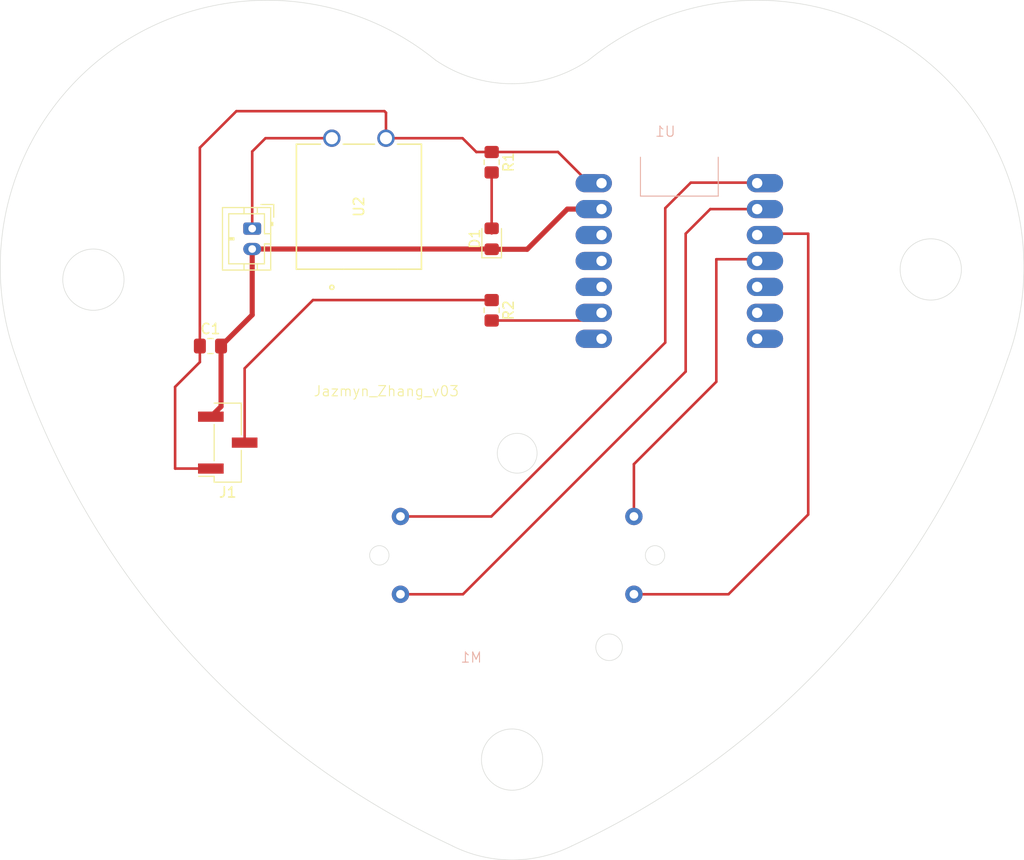
<source format=kicad_pcb>
(kicad_pcb (version 20240108) (generator "pcbnew") (generator_version "8.0")
  (layers (0 "F.Cu" signal) (31 "B.Cu" signal) (34 "B.Paste" user) (35 "F.Paste" user) (36 "B.SilkS" user "B.Silkscreen") (37 "F.SilkS" user "F.Silkscreen") (38 "B.Mask" user) (39 "F.Mask" user) (44 "Edge.Cuts" user))
  (net 0 "")
  (net 1 "GND")
  (net 2 "Net-(BT1-+)")
  (net 3 "Net-(J1-Pin_2)")
  (net 4 "Net-(D1-A)")
  (net 5 "Net-(J1-Pin_1)")
  (net 6 "Net-(U1-GPIO1_A0_D0)")
  (net 7 "Net-(M1--)")
  (net 8 "Net-(U1-GPIO3_A2_D2)")
  (net 9 "Net-(U1-GPIO4_A3_D3)")
  (net 10 "Net-(U1-GPIO7_A8_D8_SCK)")
  (footprint "LED_SMD:LED_0805_2012Metric_Pad1.15x1.40mm_HandSolder" (layer "F.Cu") (at 128.5 76.5 90)
    (property "Reference" "D1" (at 0 -1.65 90) (layer "F.SilkS"))
    (property "Value" "LED(LG-R971)")
    (fp_line (start 1 -0.96) (end -1.86 -0.96) (stroke (width 0.12)) (layer "F.SilkS"))
    (fp_line (start -1.86 -0.96) (end -1.86 0.96) (stroke (width 0.12)) (layer "F.SilkS"))
    (fp_line (start -1.86 0.96) (end 1 0.96) (stroke (width 0.12)) (layer "F.SilkS"))
    (pad "1" smd roundrect (at -1.025 0 90) (size 1.15 1.4) (layers "F.Cu" "F.Paste" "F.Mask") (roundrect_rratio 0.217391) (net 1 "GND"))
    (pad "2" smd roundrect (at 1.025 0 90) (size 1.15 1.4) (layers "F.Cu" "F.Paste" "F.Mask") (roundrect_rratio 0.217391) (net 4 "Net-(D1-A)"))
  )
  (footprint "demo_button:SWITCH_03211B" (layer "F.Cu") (at 112.85 66.64815 90)
    (property "Reference" "U2" (at -6.706 2.65 90) (layer "F.SilkS"))
    (property "Value" "GPTS203211B")
    (fp_line (start -0.5846 -3.4714) (end -12.8274 -3.4714) (stroke (width 0.1524)) (layer "F.SilkS"))
    (fp_line (start -12.8274 -3.4714) (end -12.8274 1.121457) (stroke (width 0.1524)) (layer "F.SilkS"))
    (fp_line (start -0.5846 -1.121457) (end -0.5846 -3.4714) (stroke (width 0.1524)) (layer "F.SilkS"))
    (fp_line (start -12.8274 1.121457) (end -12.8274 6.421457) (stroke (width 0.1524)) (layer "F.SilkS"))
    (fp_line (start -0.5846 4.178542) (end -0.5846 1.121457) (stroke (width 0.1524)) (layer "F.SilkS"))
    (fp_line (start -12.8274 6.421457) (end -12.8274 8.7714) (stroke (width 0.1524)) (layer "F.SilkS"))
    (fp_line (start -0.5846 8.7714) (end -0.5846 6.421457) (stroke (width 0.1524)) (layer "F.SilkS"))
    (fp_line (start -12.8274 8.7714) (end -0.5846 8.7714) (stroke (width 0.1524)) (layer "F.SilkS"))
    (fp_circle (center -14.6054 0) (end -14.4022 0) (stroke (width 0.1524)) (fill none) (layer "F.SilkS"))
    (pad "1" thru_hole circle (at 0 0 90) (size 1.7018 1.7018) (drill 1.1938) (layers "*.Cu" "*.Mask") (net 2 "Net-(BT1-+)"))
    (pad "6" thru_hole circle (at 0 5.3 90) (size 1.7018 1.7018) (drill 1.1938) (layers "*.Cu" "*.Mask") (net 5 "Net-(J1-Pin_1)"))
  )
  (footprint "Capacitor_SMD:C_0805_2012Metric_Pad1.18x1.45mm_HandSolder" (layer "F.Cu") (at 100.9625 87)
    (property "Reference" "C1" (at 0 -1.68 0) (layer "F.SilkS"))
    (property "Value" "C=470µF")
    (fp_line (start -0.261252 -0.735) (end 0.261252 -0.735) (stroke (width 0.12)) (layer "F.SilkS"))
    (fp_line (start -0.261252 0.735) (end 0.261252 0.735) (stroke (width 0.12)) (layer "F.SilkS"))
    (pad "1" smd roundrect (at -1.0375 0) (size 1.175 1.45) (layers "F.Cu" "F.Paste" "F.Mask") (roundrect_rratio 0.212766) (net 5 "Net-(J1-Pin_1)"))
    (pad "2" smd roundrect (at 1.0375 0) (size 1.175 1.45) (layers "F.Cu" "F.Paste" "F.Mask") (roundrect_rratio 0.212766) (net 1 "GND"))
  )
  (footprint "Resistor_SMD:R_0805_2012Metric_Pad1.20x1.40mm_HandSolder" (layer "F.Cu") (at 128.5 69 -90)
    (property "Reference" "R1" (at 0 -1.65 90) (layer "F.SilkS"))
    (property "Value" "R=330 ohm")
    (fp_line (start -0.227064 0.735) (end 0.227064 0.735) (stroke (width 0.12)) (layer "F.SilkS"))
    (fp_line (start -0.227064 -0.735) (end 0.227064 -0.735) (stroke (width 0.12)) (layer "F.SilkS"))
    (pad "1" smd roundrect (at -1 0 270) (size 1.2 1.4) (layers "F.Cu" "F.Paste" "F.Mask") (roundrect_rratio 0.208333) (net 5 "Net-(J1-Pin_1)"))
    (pad "2" smd roundrect (at 1 0 270) (size 1.2 1.4) (layers "F.Cu" "F.Paste" "F.Mask") (roundrect_rratio 0.208333) (net 4 "Net-(D1-A)"))
  )
  (footprint "Connector_PinHeader_2.54mm:PinHeader_1x03_P2.54mm_Vertical_SMD_Pin1Right" (layer "F.Cu") (at 102.655 96.46 180)
    (property "Reference" "J1" (at 0 -4.87 0) (layer "F.SilkS"))
    (property "Value" "Conn_01x03_Pin" (hide yes))
    (fp_line (start 1.33 -1.78) (end 1.33 1.78) (stroke (width 0.12)) (layer "F.SilkS"))
    (fp_line (start 1.33 -3.3) (end 2.85 -3.3) (stroke (width 0.12)) (layer "F.SilkS"))
    (fp_line (start 1.33 -3.87) (end 1.33 -3.3) (stroke (width 0.12)) (layer "F.SilkS"))
    (fp_line (start -1.33 3.87) (end 1.33 3.87) (stroke (width 0.12)) (layer "F.SilkS"))
    (fp_line (start -1.33 3.3) (end -1.33 3.87) (stroke (width 0.12)) (layer "F.SilkS"))
    (fp_line (start -1.33 0.76) (end -1.33 3.87) (stroke (width 0.12)) (layer "F.SilkS"))
    (fp_line (start -1.33 -3.87) (end 1.33 -3.87) (stroke (width 0.12)) (layer "F.SilkS"))
    (fp_line (start -1.33 -3.87) (end -1.33 -0.76) (stroke (width 0.12)) (layer "F.SilkS"))
    (pad "1" smd rect (at 1.655 -2.54 180) (size 2.51 1) (layers "F.Cu" "F.Paste" "F.Mask") (net 5 "Net-(J1-Pin_1)"))
    (pad "2" smd rect (at -1.655 0 180) (size 2.51 1) (layers "F.Cu" "F.Paste" "F.Mask") (net 3 "Net-(J1-Pin_2)"))
    (pad "3" smd rect (at 1.655 2.54 180) (size 2.51 1) (layers "F.Cu" "F.Paste" "F.Mask") (net 1 "GND"))
  )
  (footprint "Connector_JST:JST_PH_B2B-PH-K_1x02_P2.00mm_Vertical" (layer "F.Cu") (at 105.05 75.5 -90)
    (property "Reference" "BT1" (hide yes))
    (property "Value" "Battery")
    (fp_line (start -2.06 2.91) (end 4.06 2.91) (stroke (width 0.12)) (layer "F.SilkS"))
    (fp_line (start 4.06 2.91) (end 4.06 -1.81) (stroke (width 0.12)) (layer "F.SilkS"))
    (fp_line (start -1.45 2.3) (end 3.45 2.3) (stroke (width 0.12)) (layer "F.SilkS"))
    (fp_line (start 0.9 2.3) (end 0.9 1.8) (stroke (width 0.12)) (layer "F.SilkS"))
    (fp_line (start 1 2.3) (end 1 1.8) (stroke (width 0.12)) (layer "F.SilkS"))
    (fp_line (start 3.45 2.3) (end 3.45 -1.2) (stroke (width 0.12)) (layer "F.SilkS"))
    (fp_line (start 0.9 1.8) (end 1.1 1.8) (stroke (width 0.12)) (layer "F.SilkS"))
    (fp_line (start 1.1 1.8) (end 1.1 2.3) (stroke (width 0.12)) (layer "F.SilkS"))
    (fp_line (start -2.06 0.8) (end -1.45 0.8) (stroke (width 0.12)) (layer "F.SilkS"))
    (fp_line (start 4.06 0.8) (end 3.45 0.8) (stroke (width 0.12)) (layer "F.SilkS"))
    (fp_line (start -2.06 -0.5) (end -1.45 -0.5) (stroke (width 0.12)) (layer "F.SilkS"))
    (fp_line (start 4.06 -0.5) (end 3.45 -0.5) (stroke (width 0.12)) (layer "F.SilkS"))
    (fp_line (start -1.45 -1.2) (end -1.45 2.3) (stroke (width 0.12)) (layer "F.SilkS"))
    (fp_line (start 0.5 -1.2) (end -1.45 -1.2) (stroke (width 0.12)) (layer "F.SilkS"))
    (fp_line (start 1.5 -1.2) (end 1.5 -1.81) (stroke (width 0.12)) (layer "F.SilkS"))
    (fp_line (start 3.45 -1.2) (end 1.5 -1.2) (stroke (width 0.12)) (layer "F.SilkS"))
    (fp_line (start -2.06 -1.81) (end -2.06 2.91) (stroke (width 0.12)) (layer "F.SilkS"))
    (fp_line (start -0.3 -1.81) (end -0.3 -2.01) (stroke (width 0.12)) (layer "F.SilkS"))
    (fp_line (start 0.5 -1.81) (end 0.5 -1.2) (stroke (width 0.12)) (layer "F.SilkS"))
    (fp_line (start 4.06 -1.81) (end -2.06 -1.81) (stroke (width 0.12)) (layer "F.SilkS"))
    (fp_line (start -0.3 -1.91) (end -0.6 -1.91) (stroke (width 0.12)) (layer "F.SilkS"))
    (fp_line (start -0.6 -2.01) (end -0.6 -1.81) (stroke (width 0.12)) (layer "F.SilkS"))
    (fp_line (start -0.3 -2.01) (end -0.6 -2.01) (stroke (width 0.12)) (layer "F.SilkS"))
    (fp_line (start -2.36 -2.11) (end -2.36 -0.86) (stroke (width 0.12)) (layer "F.SilkS"))
    (fp_line (start -1.11 -2.11) (end -2.36 -2.11) (stroke (width 0.12)) (layer "F.SilkS"))
    (pad "1" thru_hole roundrect (at 0 0 270) (size 1.2 1.75) (drill 0.75) (layers "*.Cu" "*.Mask") (roundrect_rratio 0.208333) (net 2 "Net-(BT1-+)"))
    (pad "2" thru_hole oval (at 2 0 270) (size 1.2 1.75) (drill 0.75) (layers "*.Cu" "*.Mask") (net 1 "GND"))
  )
  (footprint "Resistor_SMD:R_0805_2012Metric_Pad1.20x1.40mm_HandSolder" (layer "F.Cu") (at 128.5 83.5 -90)
    (property "Reference" "R2" (at 0 -1.65 90) (layer "F.SilkS"))
    (property "Value" "R=330ohm")
    (fp_line (start -0.227064 0.735) (end 0.227064 0.735) (stroke (width 0.12)) (layer "F.SilkS"))
    (fp_line (start -0.227064 -0.735) (end 0.227064 -0.735) (stroke (width 0.12)) (layer "F.SilkS"))
    (pad "1" smd roundrect (at -1 0 270) (size 1.2 1.4) (layers "F.Cu" "F.Paste" "F.Mask") (roundrect_rratio 0.208333) (net 3 "Net-(J1-Pin_2)"))
    (pad "2" smd roundrect (at 1 0 270) (size 1.2 1.4) (layers "F.Cu" "F.Paste" "F.Mask") (roundrect_rratio 0.208333) (net 10 "Net-(U1-GPIO7_A8_D8_SCK)"))
  )
  (footprint "demo_xiao:XIAO_ESP32_SENSE" (layer "B.Cu") (at 146.88 78.67 180)
    (property "Reference" "U1" (at 1.38 12.67 0) (layer "B.SilkS") (effects (font (thickness 0.1)) (justify mirror)))
    (property "Value" "Seeeduino_ESP32C3")
    (fp_line (start 3.81 10.16) (end 3.81 6.35) (stroke (width 0.1)) (layer "B.SilkS"))
    (fp_line (start 3.81 6.35) (end -3.81 6.35) (stroke (width 0.1)) (layer "B.SilkS"))
    (fp_line (start -3.81 6.35) (end -3.81 10.16) (stroke (width 0.1)) (layer "B.SilkS"))
    (pad "1" thru_hole oval (at -7.62 7.62 180) (size 3.556 1.778) (drill 1.016 (offset -0.762 0)) (layers "*.Cu" "*.Mask") (net 6 "Net-(U1-GPIO1_A0_D0)"))
    (pad "2" thru_hole oval (at -7.62 5.08 180) (size 3.556 1.778) (drill 1.016 (offset -0.762 0)) (layers "*.Cu" "*.Mask") (net 7 "Net-(M1--)"))
    (pad "3" thru_hole oval (at -7.62 2.54 180) (size 3.556 1.778) (drill 1.016 (offset -0.762 0)) (layers "*.Cu" "*.Mask") (net 8 "Net-(U1-GPIO3_A2_D2)"))
    (pad "4" thru_hole oval (at -7.62 0 180) (size 3.556 1.778) (drill 1.016 (offset -0.762 0)) (layers "*.Cu" "*.Mask") (net 9 "Net-(U1-GPIO4_A3_D3)"))
    (pad "5" thru_hole oval (at -7.62 -2.54 180) (size 3.556 1.778) (drill 1.016 (offset -0.762 0)) (layers "*.Cu" "*.Mask"))
    (pad "6" thru_hole oval (at -7.62 -5.08 180) (size 3.556 1.778) (drill 1.016 (offset -0.762 0)) (layers "*.Cu" "*.Mask"))
    (pad "7" thru_hole oval (at -7.62 -7.62 180) (size 3.556 1.778) (drill 1.016 (offset -0.762 0)) (layers "*.Cu" "*.Mask"))
    (pad "8" thru_hole oval (at 7.62 7.62 180) (size 3.556 1.778) (drill 1.016 (offset 0.762 0)) (layers "*.Cu" "*.Mask") (net 5 "Net-(J1-Pin_1)"))
    (pad "9" thru_hole oval (at 7.62 5.08 180) (size 3.556 1.778) (drill 1.016 (offset 0.762 0)) (layers "*.Cu" "*.Mask") (net 1 "GND"))
    (pad "10" thru_hole oval (at 7.62 2.54 180) (size 3.556 1.778) (drill 1.016 (offset 0.762 0)) (layers "*.Cu" "*.Mask"))
    (pad "11" thru_hole oval (at 7.62 0 180) (size 3.556 1.778) (drill 1.016 (offset 0.762 0)) (layers "*.Cu" "*.Mask"))
    (pad "12" thru_hole oval (at 7.62 -2.54 180) (size 3.556 1.778) (drill 1.016 (offset 0.762 0)) (layers "*.Cu" "*.Mask"))
    (pad "13" thru_hole oval (at 7.62 -5.08 180) (size 3.556 1.778) (drill 1.016 (offset 0.762 0)) (layers "*.Cu" "*.Mask") (net 10 "Net-(U1-GPIO7_A8_D8_SCK)"))
    (pad "14" thru_hole oval (at 7.62 -7.62 180) (size 3.556 1.778) (drill 1.016 (offset 0.762 0)) (layers "*.Cu" "*.Mask"))
  )
  (footprint "demo_motor:x27_stepper" (layer "B.Cu") (at 128.46 117.66 180)
    (property "Reference" "M1" (at 1.96 0.16 0) (layer "B.SilkS") (effects (font (thickness 0.1)) (justify mirror)))
    (property "Value" "Stepper_Motor_bipolar")
    (fp_circle (center 10.96 10.16) (end 11.91 10.16) (stroke (width 0.05)) (fill none) (layer "Edge.Cuts"))
    (fp_circle (center -2.54 20.16) (end -0.59 20.16) (stroke (width 0.05)) (fill none) (layer "Edge.Cuts"))
    (fp_circle (center -11.54 1.16) (end -10.24 1.16) (stroke (width 0.05)) (fill none) (layer "Edge.Cuts"))
    (fp_circle (center -16.04 10.16) (end -15.09 10.16) (stroke (width 0.05)) (fill none) (layer "Edge.Cuts"))
    (pad "1" thru_hole circle (at 8.89 13.97 180) (size 1.7 1.7) (drill 0.85) (layers "*.Cu" "*.Mask") (net 6 "Net-(U1-GPIO1_A0_D0)"))
    (pad "2" thru_hole circle (at 8.89 6.35 180) (size 1.7 1.7) (drill 0.85) (layers "*.Cu" "*.Mask") (net 7 "Net-(M1--)"))
    (pad "3" thru_hole circle (at -13.97 6.35 180) (size 1.7 1.7) (drill 0.85) (layers "*.Cu" "*.Mask") (net 8 "Net-(U1-GPIO3_A2_D2)"))
    (pad "4" thru_hole circle (at -13.97 13.97 180) (size 1.7 1.7) (drill 0.85) (layers "*.Cu" "*.Mask") (net 9 "Net-(U1-GPIO4_A3_D3)"))
  )
  (gr_arc (start 124.649609 135.944787) (mid 98.427474 116.487655) (end 81.979688 88.280375) (stroke (width 0.05)) (layer "Edge.Cuts"))
  (gr_arc (start 137.999999 58.999998) (mid 130.5 61.313525) (end 123.000001 58.999999) (stroke (width 0.05)) (layer "Edge.Cuts"))
  (gr_arc (start 138 59) (mid 169.67336 58.001109) (end 179.020313 88.280375) (stroke (width 0.05)) (layer "Edge.Cuts"))
  (gr_arc (start 179.020312 88.280375) (mid 162.566345 116.497774) (end 136.334642 135.961904) (stroke (width 0.05)) (layer "Edge.Cuts"))
  (gr_arc (start 136.334642 135.961904) (mid 130.492551 137.327611) (end 124.65265 135.952573) (stroke (width 0.05)) (layer "Edge.Cuts"))
  (gr_circle (center 130.5 127.5) (end 133.5 127.5) (stroke (width 0.05)) (fill none) (layer "Edge.Cuts"))
  (gr_circle (center 89.5 80.5) (end 92.5 80.5) (stroke (width 0.05)) (fill none) (layer "Edge.Cuts"))
  (gr_arc (start 81.979687 88.280375) (mid 91.32664 58.001109) (end 123 59) (stroke (width 0.05)) (layer "Edge.Cuts"))
  (gr_circle (center 171.5 79.5) (end 174.5 79.5) (stroke (width 0.05)) (fill none) (layer "Edge.Cuts"))
  (gr_text "Jazmyn_Zhang_v03" (at 111 92 0) (layer "F.SilkS") (effects (font (size 1 1) (thickness 0.1)) (justify left bottom)))
  (segment (start 102 92.92) (end 101 93.92) (width 0.5) (layer "F.Cu") (net 1))
  (segment (start 128.475 77.5) (end 128.5 77.525) (width 0.5) (layer "F.Cu") (net 1))
  (segment (start 135.91 73.59) (end 131.975 77.525) (width 0.5) (layer "F.Cu") (net 1))
  (segment (start 139.26 73.59) (end 135.91 73.59) (width 0.5) (layer "F.Cu") (net 1))
  (segment (start 139.26 73.59) (end 138.825 74.025) (width 0.5) (layer "F.Cu") (net 1))
  (segment (start 131.975 77.525) (end 128.5 77.525) (width 0.5) (layer "F.Cu") (net 1))
  (segment (start 105.05 83.95) (end 102 87) (width 0.5) (layer "F.Cu") (net 1))
  (segment (start 100.96 93.96) (end 101 93.92) (width 0.5) (layer "F.Cu") (net 1))
  (segment (start 105.05 77.5) (end 105.05 83.95) (width 0.5) (layer "F.Cu") (net 1))
  (segment (start 101 93.92) (end 100.99 93.91) (width 0.5) (layer "F.Cu") (net 1))
  (segment (start 105.05 77.5) (end 128.475 77.5) (width 0.5) (layer "F.Cu") (net 1))
  (segment (start 102 87) (end 102 92.92) (width 0.5) (layer "F.Cu") (net 1))
  (segment (start 105.05 67.95) (end 105.05 75.5) (width 0.254) (layer "F.Cu") (net 2))
  (segment (start 106.35185 66.64815) (end 105.05 67.95) (width 0.254) (layer "F.Cu") (net 2))
  (segment (start 112.85 66.64815) (end 106.35185 66.64815) (width 0.254) (layer "F.Cu") (net 2))
  (segment (start 104.31 89.19) (end 104.31 96.46) (width 0.254) (layer "F.Cu") (net 3))
  (segment (start 128.5 82.5) (end 111 82.5) (width 0.254) (layer "F.Cu") (net 3))
  (segment (start 111 82.5) (end 104.31 89.19) (width 0.254) (layer "F.Cu") (net 3))
  (segment (start 128.5 70) (end 128.5 75.975) (width 0.254) (layer "F.Cu") (net 4))
  (segment (start 99.925 67.575) (end 99.925 87) (width 0.254) (layer "F.Cu") (net 5))
  (segment (start 103.5 64) (end 99.925 67.575) (width 0.254) (layer "F.Cu") (net 5))
  (segment (start 118.15 64.15) (end 118 64) (width 0.254) (layer "F.Cu") (net 5))
  (segment (start 118.15 66.64815) (end 118.15 64.15) (width 0.254) (layer "F.Cu") (net 5))
  (segment (start 139.26 71.05) (end 138.05 71.05) (width 0.254) (layer "F.Cu") (net 5))
  (segment (start 135 68) (end 128.5 68) (width 0.254) (layer "F.Cu") (net 5))
  (segment (start 125.64815 66.64815) (end 118.15 66.64815) (width 0.254) (layer "F.Cu") (net 5))
  (segment (start 97.5 91) (end 97.5 99) (width 0.254) (layer "F.Cu") (net 5))
  (segment (start 128.5 68) (end 127 68) (width 0.254) (layer "F.Cu") (net 5))
  (segment (start 138.05 71.05) (end 135 68) (width 0.254) (layer "F.Cu") (net 5))
  (segment (start 127 68) (end 125.64815 66.64815) (width 0.254) (layer "F.Cu") (net 5))
  (segment (start 99.925 87) (end 99.925 88.575) (width 0.254) (layer "F.Cu") (net 5))
  (segment (start 118 64) (end 103.5 64) (width 0.254) (layer "F.Cu") (net 5))
  (segment (start 99.925 88.575) (end 97.5 91) (width 0.254) (layer "F.Cu") (net 5))
  (segment (start 97.5 99) (end 101 99) (width 0.254) (layer "F.Cu") (net 5))
  (segment (start 145.5 73.5) (end 145.5 86.657304) (width 0.254) (layer "F.Cu") (net 6))
  (segment (start 154.45 71) (end 148 71) (width 0.254) (layer "F.Cu") (net 6))
  (segment (start 145.5 86.657304) (end 128.467304 103.69) (width 0.254) (layer "F.Cu") (net 6))
  (segment (start 154.5 71.05) (end 154.45 71) (width 0.254) (layer "F.Cu") (net 6))
  (segment (start 148 71) (end 145.5 73.5) (width 0.254) (layer "F.Cu") (net 6))
  (segment (start 128.467304 103.69) (end 119.57 103.69) (width 0.254) (layer "F.Cu") (net 6))
  (segment (start 147.5 89.5) (end 125.69 111.31) (width 0.254) (layer "F.Cu") (net 7))
  (segment (start 149.91 73.59) (end 147.5 76) (width 0.254) (layer "F.Cu") (net 7))
  (segment (start 154.5 73.59) (end 149.91 73.59) (width 0.254) (layer "F.Cu") (net 7))
  (segment (start 147.5 76) (end 147.5 89.5) (width 0.254) (layer "F.Cu") (net 7))
  (segment (start 125.69 111.31) (end 119.57 111.31) (width 0.254) (layer "F.Cu") (net 7))
  (segment (start 154.63 76) (end 154.5 76.13) (width 0.254) (layer "F.Cu") (net 8))
  (segment (start 151.69 111.31) (end 159.5 103.5) (width 0.254) (layer "F.Cu") (net 8))
  (segment (start 159.5 76) (end 154.63 76) (width 0.254) (layer "F.Cu") (net 8))
  (segment (start 159.5 103.5) (end 159.5 76) (width 0.254) (layer "F.Cu") (net 8))
  (segment (start 142.43 111.31) (end 151.69 111.31) (width 0.254) (layer "F.Cu") (net 8))
  (segment (start 150.5 90.5) (end 150.5 78.5) (width 0.254) (layer "F.Cu") (net 9))
  (segment (start 142.43 103.69) (end 142.43 98.57) (width 0.254) (layer "F.Cu") (net 9))
  (segment (start 150.5 78.5) (end 154.33 78.5) (width 0.254) (layer "F.Cu") (net 9))
  (segment (start 154.33 78.5) (end 154.5 78.67) (width 0.254) (layer "F.Cu") (net 9))
  (segment (start 154.67 78.5) (end 154.5 78.67) (width 0.2) (layer "F.Cu") (net 9))
  (segment (start 142.43 98.57) (end 150.5 90.5) (width 0.254) (layer "F.Cu") (net 9))
  (segment (start 138.51 84.5) (end 128.5 84.5) (width 0.254) (layer "F.Cu") (net 10))
  (segment (start 139.26 83.75) (end 138.51 84.5) (width 0.254) (layer "F.Cu") (net 10))
)
</source>
